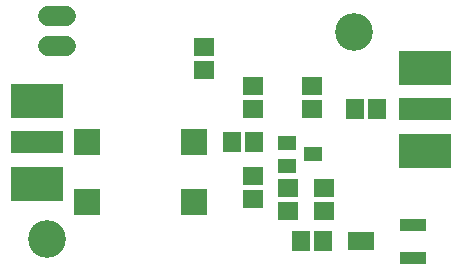
<source format=gbr>
G04 EAGLE Gerber RS-274X export*
G75*
%MOMM*%
%FSLAX34Y34*%
%LPD*%
%INSoldermask Top*%
%IPPOS*%
%AMOC8*
5,1,8,0,0,1.08239X$1,22.5*%
G01*
%ADD10C,3.203200*%
%ADD11R,1.503200X1.703200*%
%ADD12R,1.703200X1.503200*%
%ADD13R,2.203200X1.103200*%
%ADD14R,2.203200X1.503200*%
%ADD15R,2.203200X2.203200*%
%ADD16R,1.603200X1.203200*%
%ADD17R,4.394200X1.981200*%
%ADD18R,4.394200X2.870200*%
%ADD19C,1.727200*%


D10*
X40000Y35000D03*
X300000Y210000D03*
D11*
X196240Y116840D03*
X215240Y116840D03*
X254660Y33020D03*
X273660Y33020D03*
X300380Y144780D03*
X319380Y144780D03*
D12*
X214630Y164440D03*
X214630Y145440D03*
X214630Y88240D03*
X214630Y69240D03*
X264160Y164440D03*
X264160Y145440D03*
X243840Y78080D03*
X243840Y59080D03*
X274320Y78080D03*
X274320Y59080D03*
D13*
X349660Y19020D03*
D14*
X305660Y33020D03*
D13*
X349660Y47020D03*
D15*
X73660Y116840D03*
X73660Y66040D03*
X164460Y116840D03*
X164460Y66040D03*
D16*
X265000Y106680D03*
X243000Y97180D03*
X243000Y116180D03*
D17*
X31314Y116840D03*
D18*
X31314Y151786D03*
X31314Y81894D03*
D17*
X359846Y144780D03*
D18*
X359846Y109834D03*
X359846Y179726D03*
D19*
X55880Y198120D02*
X40640Y198120D01*
X40640Y223520D02*
X55880Y223520D01*
D12*
X172720Y178460D03*
X172720Y197460D03*
M02*

</source>
